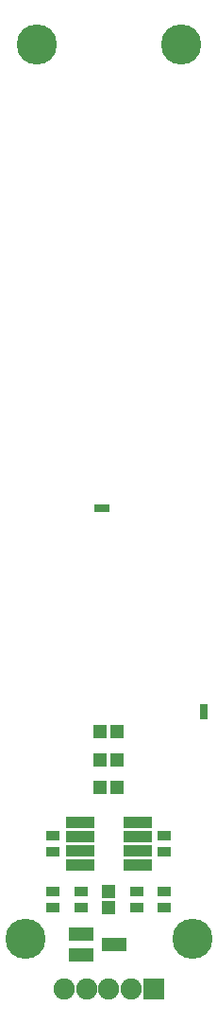
<source format=gts>
G04 #@! TF.GenerationSoftware,KiCad,Pcbnew,(2017-06-12 revision 19d5cc754)-master*
G04 #@! TF.CreationDate,2018-05-14T22:42:30+02:00*
G04 #@! TF.ProjectId,RFID_MLX90109,524649445F4D4C5839303130392E6B69,rev?*
G04 #@! TF.FileFunction,Soldermask,Top*
G04 #@! TF.FilePolarity,Negative*
%FSLAX46Y46*%
G04 Gerber Fmt 4.6, Leading zero omitted, Abs format (unit mm)*
G04 Created by KiCad (PCBNEW (2017-06-12 revision 19d5cc754)-master) date 2018 May 14, Monday 22:42:30*
%MOMM*%
%LPD*%
G01*
G04 APERTURE LIST*
%ADD10C,0.100000*%
%ADD11C,3.600000*%
%ADD12R,1.200000X1.150000*%
%ADD13R,1.150000X1.200000*%
%ADD14R,1.300000X0.900000*%
%ADD15R,0.700000X1.400000*%
%ADD16R,1.400000X0.700000*%
%ADD17R,2.300000X1.200000*%
%ADD18R,1.900000X1.900000*%
%ADD19C,1.900000*%
%ADD20R,2.600000X1.000000*%
G04 APERTURE END LIST*
D10*
D11*
X164000000Y-31000000D03*
X151000000Y-31000000D03*
X150000000Y-111000000D03*
X165000000Y-111000000D03*
D12*
X158250000Y-97500000D03*
X156750000Y-97500000D03*
D13*
X157500000Y-106750000D03*
X157500000Y-108250000D03*
D12*
X156750000Y-95000000D03*
X158250000Y-95000000D03*
X156750000Y-92500000D03*
X158250000Y-92500000D03*
D14*
X160000000Y-106750000D03*
X160000000Y-108250000D03*
X162500000Y-108250000D03*
X162500000Y-106750000D03*
X162500000Y-101750000D03*
X162500000Y-103250000D03*
X155000000Y-106750000D03*
X155000000Y-108250000D03*
X152500000Y-101750000D03*
X152500000Y-103250000D03*
X152500000Y-106750000D03*
X152500000Y-108250000D03*
D15*
X166000000Y-90700000D03*
D16*
X156900000Y-72500000D03*
D17*
X158000000Y-111500000D03*
X155000000Y-112450000D03*
X155000000Y-110550000D03*
D18*
X161500000Y-115500000D03*
D19*
X159500000Y-115500000D03*
X157500000Y-115500000D03*
X155500000Y-115500000D03*
X153500000Y-115500000D03*
D20*
X160100000Y-100595000D03*
X160100000Y-101865000D03*
X160100000Y-103135000D03*
X160100000Y-104405000D03*
X154900000Y-104405000D03*
X154900000Y-103135000D03*
X154900000Y-101865000D03*
X154900000Y-100595000D03*
M02*

</source>
